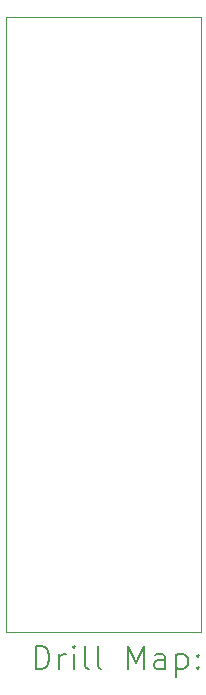
<source format=gbr>
%TF.GenerationSoftware,KiCad,Pcbnew,7.0.7*%
%TF.CreationDate,2023-08-24T22:48:06-04:00*%
%TF.ProjectId,40-pin header to breadboard adaptor,34302d70-696e-4206-9865-616465722074,rev?*%
%TF.SameCoordinates,Original*%
%TF.FileFunction,Drillmap*%
%TF.FilePolarity,Positive*%
%FSLAX45Y45*%
G04 Gerber Fmt 4.5, Leading zero omitted, Abs format (unit mm)*
G04 Created by KiCad (PCBNEW 7.0.7) date 2023-08-24 22:48:06*
%MOMM*%
%LPD*%
G01*
G04 APERTURE LIST*
%ADD10C,0.100000*%
%ADD11C,0.200000*%
G04 APERTURE END LIST*
D10*
X10668000Y-6819900D02*
X12319000Y-6819900D01*
X12319000Y-12026900D01*
X10668000Y-12026900D01*
X10668000Y-6819900D01*
D11*
X10923777Y-12343384D02*
X10923777Y-12143384D01*
X10923777Y-12143384D02*
X10971396Y-12143384D01*
X10971396Y-12143384D02*
X10999967Y-12152908D01*
X10999967Y-12152908D02*
X11019015Y-12171955D01*
X11019015Y-12171955D02*
X11028539Y-12191003D01*
X11028539Y-12191003D02*
X11038063Y-12229098D01*
X11038063Y-12229098D02*
X11038063Y-12257669D01*
X11038063Y-12257669D02*
X11028539Y-12295765D01*
X11028539Y-12295765D02*
X11019015Y-12314812D01*
X11019015Y-12314812D02*
X10999967Y-12333860D01*
X10999967Y-12333860D02*
X10971396Y-12343384D01*
X10971396Y-12343384D02*
X10923777Y-12343384D01*
X11123777Y-12343384D02*
X11123777Y-12210050D01*
X11123777Y-12248146D02*
X11133301Y-12229098D01*
X11133301Y-12229098D02*
X11142824Y-12219574D01*
X11142824Y-12219574D02*
X11161872Y-12210050D01*
X11161872Y-12210050D02*
X11180920Y-12210050D01*
X11247586Y-12343384D02*
X11247586Y-12210050D01*
X11247586Y-12143384D02*
X11238062Y-12152908D01*
X11238062Y-12152908D02*
X11247586Y-12162431D01*
X11247586Y-12162431D02*
X11257110Y-12152908D01*
X11257110Y-12152908D02*
X11247586Y-12143384D01*
X11247586Y-12143384D02*
X11247586Y-12162431D01*
X11371396Y-12343384D02*
X11352348Y-12333860D01*
X11352348Y-12333860D02*
X11342824Y-12314812D01*
X11342824Y-12314812D02*
X11342824Y-12143384D01*
X11476158Y-12343384D02*
X11457110Y-12333860D01*
X11457110Y-12333860D02*
X11447586Y-12314812D01*
X11447586Y-12314812D02*
X11447586Y-12143384D01*
X11704729Y-12343384D02*
X11704729Y-12143384D01*
X11704729Y-12143384D02*
X11771396Y-12286241D01*
X11771396Y-12286241D02*
X11838062Y-12143384D01*
X11838062Y-12143384D02*
X11838062Y-12343384D01*
X12019015Y-12343384D02*
X12019015Y-12238622D01*
X12019015Y-12238622D02*
X12009491Y-12219574D01*
X12009491Y-12219574D02*
X11990443Y-12210050D01*
X11990443Y-12210050D02*
X11952348Y-12210050D01*
X11952348Y-12210050D02*
X11933301Y-12219574D01*
X12019015Y-12333860D02*
X11999967Y-12343384D01*
X11999967Y-12343384D02*
X11952348Y-12343384D01*
X11952348Y-12343384D02*
X11933301Y-12333860D01*
X11933301Y-12333860D02*
X11923777Y-12314812D01*
X11923777Y-12314812D02*
X11923777Y-12295765D01*
X11923777Y-12295765D02*
X11933301Y-12276717D01*
X11933301Y-12276717D02*
X11952348Y-12267193D01*
X11952348Y-12267193D02*
X11999967Y-12267193D01*
X11999967Y-12267193D02*
X12019015Y-12257669D01*
X12114253Y-12210050D02*
X12114253Y-12410050D01*
X12114253Y-12219574D02*
X12133301Y-12210050D01*
X12133301Y-12210050D02*
X12171396Y-12210050D01*
X12171396Y-12210050D02*
X12190443Y-12219574D01*
X12190443Y-12219574D02*
X12199967Y-12229098D01*
X12199967Y-12229098D02*
X12209491Y-12248146D01*
X12209491Y-12248146D02*
X12209491Y-12305288D01*
X12209491Y-12305288D02*
X12199967Y-12324336D01*
X12199967Y-12324336D02*
X12190443Y-12333860D01*
X12190443Y-12333860D02*
X12171396Y-12343384D01*
X12171396Y-12343384D02*
X12133301Y-12343384D01*
X12133301Y-12343384D02*
X12114253Y-12333860D01*
X12295205Y-12324336D02*
X12304729Y-12333860D01*
X12304729Y-12333860D02*
X12295205Y-12343384D01*
X12295205Y-12343384D02*
X12285682Y-12333860D01*
X12285682Y-12333860D02*
X12295205Y-12324336D01*
X12295205Y-12324336D02*
X12295205Y-12343384D01*
X12295205Y-12219574D02*
X12304729Y-12229098D01*
X12304729Y-12229098D02*
X12295205Y-12238622D01*
X12295205Y-12238622D02*
X12285682Y-12229098D01*
X12285682Y-12229098D02*
X12295205Y-12219574D01*
X12295205Y-12219574D02*
X12295205Y-12238622D01*
M02*

</source>
